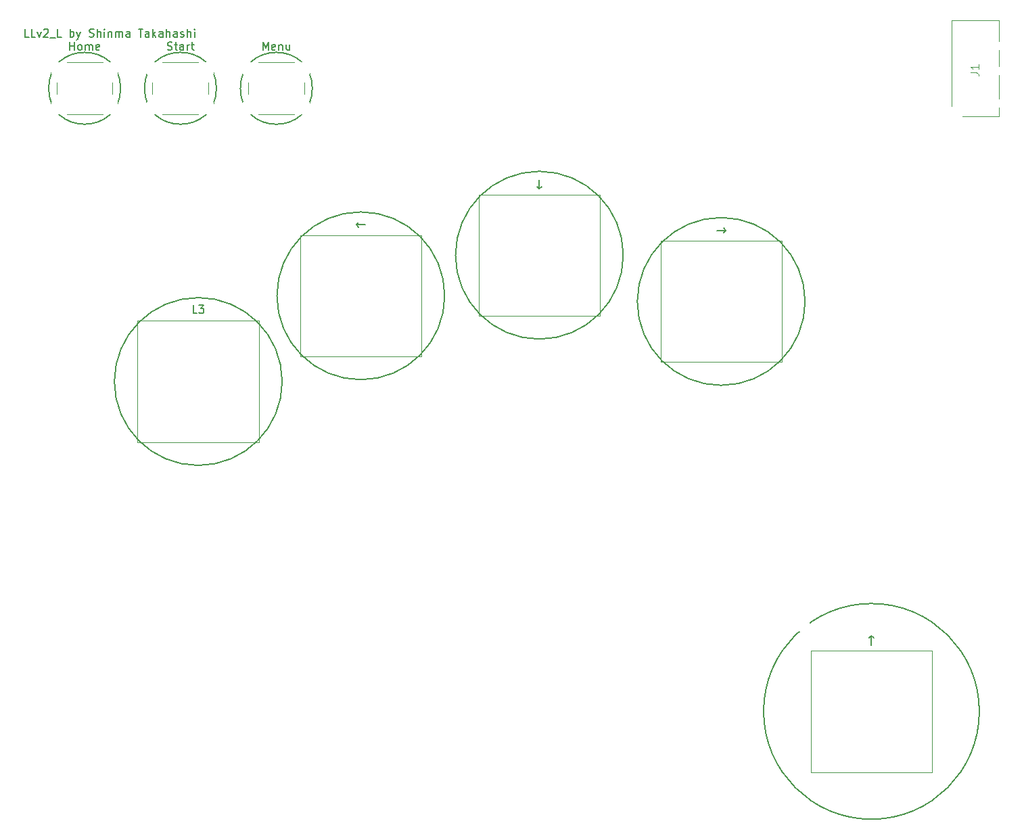
<source format=gbr>
G04 #@! TF.GenerationSoftware,KiCad,Pcbnew,8.0.2*
G04 #@! TF.CreationDate,2024-05-28T17:16:42+09:00*
G04 #@! TF.ProjectId,LLv2_L,4c4c7632-5f4c-42e6-9b69-6361645f7063,rev?*
G04 #@! TF.SameCoordinates,Original*
G04 #@! TF.FileFunction,Legend,Top*
G04 #@! TF.FilePolarity,Positive*
%FSLAX46Y46*%
G04 Gerber Fmt 4.6, Leading zero omitted, Abs format (unit mm)*
G04 Created by KiCad (PCBNEW 8.0.2) date 2024-05-28 17:16:42*
%MOMM*%
%LPD*%
G01*
G04 APERTURE LIST*
%ADD10C,0.200000*%
%ADD11C,0.150000*%
%ADD12C,0.100000*%
%ADD13C,0.120000*%
%ADD14C,2.000000*%
%ADD15C,1.665000*%
%ADD16C,2.200000*%
%ADD17C,1.800000*%
G04 APERTURE END LIST*
D10*
X13000000Y-8500000D02*
G75*
G02*
X4000000Y-8500000I-4500000J0D01*
G01*
X4000000Y-8500000D02*
G75*
G02*
X13000000Y-8500000I4500000J0D01*
G01*
X25000000Y-8500000D02*
G75*
G02*
X16000000Y-8500000I-4500000J0D01*
G01*
X16000000Y-8500000D02*
G75*
G02*
X25000000Y-8500000I4500000J0D01*
G01*
X98688666Y-35182888D02*
G75*
G02*
X77688666Y-35182888I-10500000J0D01*
G01*
X77688666Y-35182888D02*
G75*
G02*
X98688666Y-35182888I10500000J0D01*
G01*
X33229210Y-45205121D02*
G75*
G02*
X12229210Y-45205121I-10500000J0D01*
G01*
X12229210Y-45205121D02*
G75*
G02*
X33229210Y-45205121I10500000J0D01*
G01*
X37000000Y-8500000D02*
G75*
G02*
X28000000Y-8500000I-4500000J0D01*
G01*
X28000000Y-8500000D02*
G75*
G02*
X37000000Y-8500000I4500000J0D01*
G01*
X75929057Y-29393440D02*
G75*
G02*
X54929057Y-29393440I-10500000J0D01*
G01*
X54929057Y-29393440D02*
G75*
G02*
X75929057Y-29393440I10500000J0D01*
G01*
X120500000Y-86500000D02*
G75*
G02*
X93500000Y-86500000I-13500000J0D01*
G01*
X93500000Y-86500000D02*
G75*
G02*
X120500000Y-86500000I13500000J0D01*
G01*
X53573178Y-34475310D02*
G75*
G02*
X32573178Y-34475310I-10500000J0D01*
G01*
X32573178Y-34475310D02*
G75*
G02*
X53573178Y-34475310I10500000J0D01*
G01*
D11*
X1512969Y-2069819D02*
X1036779Y-2069819D01*
X1036779Y-2069819D02*
X1036779Y-1069819D01*
X2322493Y-2069819D02*
X1846303Y-2069819D01*
X1846303Y-2069819D02*
X1846303Y-1069819D01*
X2560589Y-1403152D02*
X2798684Y-2069819D01*
X2798684Y-2069819D02*
X3036779Y-1403152D01*
X3370113Y-1165057D02*
X3417732Y-1117438D01*
X3417732Y-1117438D02*
X3512970Y-1069819D01*
X3512970Y-1069819D02*
X3751065Y-1069819D01*
X3751065Y-1069819D02*
X3846303Y-1117438D01*
X3846303Y-1117438D02*
X3893922Y-1165057D01*
X3893922Y-1165057D02*
X3941541Y-1260295D01*
X3941541Y-1260295D02*
X3941541Y-1355533D01*
X3941541Y-1355533D02*
X3893922Y-1498390D01*
X3893922Y-1498390D02*
X3322494Y-2069819D01*
X3322494Y-2069819D02*
X3941541Y-2069819D01*
X4132018Y-2165057D02*
X4893922Y-2165057D01*
X5608208Y-2069819D02*
X5132018Y-2069819D01*
X5132018Y-2069819D02*
X5132018Y-1069819D01*
X6703447Y-2069819D02*
X6703447Y-1069819D01*
X6703447Y-1450771D02*
X6798685Y-1403152D01*
X6798685Y-1403152D02*
X6989161Y-1403152D01*
X6989161Y-1403152D02*
X7084399Y-1450771D01*
X7084399Y-1450771D02*
X7132018Y-1498390D01*
X7132018Y-1498390D02*
X7179637Y-1593628D01*
X7179637Y-1593628D02*
X7179637Y-1879342D01*
X7179637Y-1879342D02*
X7132018Y-1974580D01*
X7132018Y-1974580D02*
X7084399Y-2022200D01*
X7084399Y-2022200D02*
X6989161Y-2069819D01*
X6989161Y-2069819D02*
X6798685Y-2069819D01*
X6798685Y-2069819D02*
X6703447Y-2022200D01*
X7512971Y-1403152D02*
X7751066Y-2069819D01*
X7989161Y-1403152D02*
X7751066Y-2069819D01*
X7751066Y-2069819D02*
X7655828Y-2307914D01*
X7655828Y-2307914D02*
X7608209Y-2355533D01*
X7608209Y-2355533D02*
X7512971Y-2403152D01*
X9084400Y-2022200D02*
X9227257Y-2069819D01*
X9227257Y-2069819D02*
X9465352Y-2069819D01*
X9465352Y-2069819D02*
X9560590Y-2022200D01*
X9560590Y-2022200D02*
X9608209Y-1974580D01*
X9608209Y-1974580D02*
X9655828Y-1879342D01*
X9655828Y-1879342D02*
X9655828Y-1784104D01*
X9655828Y-1784104D02*
X9608209Y-1688866D01*
X9608209Y-1688866D02*
X9560590Y-1641247D01*
X9560590Y-1641247D02*
X9465352Y-1593628D01*
X9465352Y-1593628D02*
X9274876Y-1546009D01*
X9274876Y-1546009D02*
X9179638Y-1498390D01*
X9179638Y-1498390D02*
X9132019Y-1450771D01*
X9132019Y-1450771D02*
X9084400Y-1355533D01*
X9084400Y-1355533D02*
X9084400Y-1260295D01*
X9084400Y-1260295D02*
X9132019Y-1165057D01*
X9132019Y-1165057D02*
X9179638Y-1117438D01*
X9179638Y-1117438D02*
X9274876Y-1069819D01*
X9274876Y-1069819D02*
X9512971Y-1069819D01*
X9512971Y-1069819D02*
X9655828Y-1117438D01*
X10084400Y-2069819D02*
X10084400Y-1069819D01*
X10512971Y-2069819D02*
X10512971Y-1546009D01*
X10512971Y-1546009D02*
X10465352Y-1450771D01*
X10465352Y-1450771D02*
X10370114Y-1403152D01*
X10370114Y-1403152D02*
X10227257Y-1403152D01*
X10227257Y-1403152D02*
X10132019Y-1450771D01*
X10132019Y-1450771D02*
X10084400Y-1498390D01*
X10989162Y-2069819D02*
X10989162Y-1403152D01*
X10989162Y-1069819D02*
X10941543Y-1117438D01*
X10941543Y-1117438D02*
X10989162Y-1165057D01*
X10989162Y-1165057D02*
X11036781Y-1117438D01*
X11036781Y-1117438D02*
X10989162Y-1069819D01*
X10989162Y-1069819D02*
X10989162Y-1165057D01*
X11465352Y-1403152D02*
X11465352Y-2069819D01*
X11465352Y-1498390D02*
X11512971Y-1450771D01*
X11512971Y-1450771D02*
X11608209Y-1403152D01*
X11608209Y-1403152D02*
X11751066Y-1403152D01*
X11751066Y-1403152D02*
X11846304Y-1450771D01*
X11846304Y-1450771D02*
X11893923Y-1546009D01*
X11893923Y-1546009D02*
X11893923Y-2069819D01*
X12370114Y-2069819D02*
X12370114Y-1403152D01*
X12370114Y-1498390D02*
X12417733Y-1450771D01*
X12417733Y-1450771D02*
X12512971Y-1403152D01*
X12512971Y-1403152D02*
X12655828Y-1403152D01*
X12655828Y-1403152D02*
X12751066Y-1450771D01*
X12751066Y-1450771D02*
X12798685Y-1546009D01*
X12798685Y-1546009D02*
X12798685Y-2069819D01*
X12798685Y-1546009D02*
X12846304Y-1450771D01*
X12846304Y-1450771D02*
X12941542Y-1403152D01*
X12941542Y-1403152D02*
X13084399Y-1403152D01*
X13084399Y-1403152D02*
X13179638Y-1450771D01*
X13179638Y-1450771D02*
X13227257Y-1546009D01*
X13227257Y-1546009D02*
X13227257Y-2069819D01*
X14132018Y-2069819D02*
X14132018Y-1546009D01*
X14132018Y-1546009D02*
X14084399Y-1450771D01*
X14084399Y-1450771D02*
X13989161Y-1403152D01*
X13989161Y-1403152D02*
X13798685Y-1403152D01*
X13798685Y-1403152D02*
X13703447Y-1450771D01*
X14132018Y-2022200D02*
X14036780Y-2069819D01*
X14036780Y-2069819D02*
X13798685Y-2069819D01*
X13798685Y-2069819D02*
X13703447Y-2022200D01*
X13703447Y-2022200D02*
X13655828Y-1926961D01*
X13655828Y-1926961D02*
X13655828Y-1831723D01*
X13655828Y-1831723D02*
X13703447Y-1736485D01*
X13703447Y-1736485D02*
X13798685Y-1688866D01*
X13798685Y-1688866D02*
X14036780Y-1688866D01*
X14036780Y-1688866D02*
X14132018Y-1641247D01*
X15227257Y-1069819D02*
X15798685Y-1069819D01*
X15512971Y-2069819D02*
X15512971Y-1069819D01*
X16560590Y-2069819D02*
X16560590Y-1546009D01*
X16560590Y-1546009D02*
X16512971Y-1450771D01*
X16512971Y-1450771D02*
X16417733Y-1403152D01*
X16417733Y-1403152D02*
X16227257Y-1403152D01*
X16227257Y-1403152D02*
X16132019Y-1450771D01*
X16560590Y-2022200D02*
X16465352Y-2069819D01*
X16465352Y-2069819D02*
X16227257Y-2069819D01*
X16227257Y-2069819D02*
X16132019Y-2022200D01*
X16132019Y-2022200D02*
X16084400Y-1926961D01*
X16084400Y-1926961D02*
X16084400Y-1831723D01*
X16084400Y-1831723D02*
X16132019Y-1736485D01*
X16132019Y-1736485D02*
X16227257Y-1688866D01*
X16227257Y-1688866D02*
X16465352Y-1688866D01*
X16465352Y-1688866D02*
X16560590Y-1641247D01*
X17036781Y-2069819D02*
X17036781Y-1069819D01*
X17132019Y-1688866D02*
X17417733Y-2069819D01*
X17417733Y-1403152D02*
X17036781Y-1784104D01*
X18274876Y-2069819D02*
X18274876Y-1546009D01*
X18274876Y-1546009D02*
X18227257Y-1450771D01*
X18227257Y-1450771D02*
X18132019Y-1403152D01*
X18132019Y-1403152D02*
X17941543Y-1403152D01*
X17941543Y-1403152D02*
X17846305Y-1450771D01*
X18274876Y-2022200D02*
X18179638Y-2069819D01*
X18179638Y-2069819D02*
X17941543Y-2069819D01*
X17941543Y-2069819D02*
X17846305Y-2022200D01*
X17846305Y-2022200D02*
X17798686Y-1926961D01*
X17798686Y-1926961D02*
X17798686Y-1831723D01*
X17798686Y-1831723D02*
X17846305Y-1736485D01*
X17846305Y-1736485D02*
X17941543Y-1688866D01*
X17941543Y-1688866D02*
X18179638Y-1688866D01*
X18179638Y-1688866D02*
X18274876Y-1641247D01*
X18751067Y-2069819D02*
X18751067Y-1069819D01*
X19179638Y-2069819D02*
X19179638Y-1546009D01*
X19179638Y-1546009D02*
X19132019Y-1450771D01*
X19132019Y-1450771D02*
X19036781Y-1403152D01*
X19036781Y-1403152D02*
X18893924Y-1403152D01*
X18893924Y-1403152D02*
X18798686Y-1450771D01*
X18798686Y-1450771D02*
X18751067Y-1498390D01*
X20084400Y-2069819D02*
X20084400Y-1546009D01*
X20084400Y-1546009D02*
X20036781Y-1450771D01*
X20036781Y-1450771D02*
X19941543Y-1403152D01*
X19941543Y-1403152D02*
X19751067Y-1403152D01*
X19751067Y-1403152D02*
X19655829Y-1450771D01*
X20084400Y-2022200D02*
X19989162Y-2069819D01*
X19989162Y-2069819D02*
X19751067Y-2069819D01*
X19751067Y-2069819D02*
X19655829Y-2022200D01*
X19655829Y-2022200D02*
X19608210Y-1926961D01*
X19608210Y-1926961D02*
X19608210Y-1831723D01*
X19608210Y-1831723D02*
X19655829Y-1736485D01*
X19655829Y-1736485D02*
X19751067Y-1688866D01*
X19751067Y-1688866D02*
X19989162Y-1688866D01*
X19989162Y-1688866D02*
X20084400Y-1641247D01*
X20512972Y-2022200D02*
X20608210Y-2069819D01*
X20608210Y-2069819D02*
X20798686Y-2069819D01*
X20798686Y-2069819D02*
X20893924Y-2022200D01*
X20893924Y-2022200D02*
X20941543Y-1926961D01*
X20941543Y-1926961D02*
X20941543Y-1879342D01*
X20941543Y-1879342D02*
X20893924Y-1784104D01*
X20893924Y-1784104D02*
X20798686Y-1736485D01*
X20798686Y-1736485D02*
X20655829Y-1736485D01*
X20655829Y-1736485D02*
X20560591Y-1688866D01*
X20560591Y-1688866D02*
X20512972Y-1593628D01*
X20512972Y-1593628D02*
X20512972Y-1546009D01*
X20512972Y-1546009D02*
X20560591Y-1450771D01*
X20560591Y-1450771D02*
X20655829Y-1403152D01*
X20655829Y-1403152D02*
X20798686Y-1403152D01*
X20798686Y-1403152D02*
X20893924Y-1450771D01*
X21370115Y-2069819D02*
X21370115Y-1069819D01*
X21798686Y-2069819D02*
X21798686Y-1546009D01*
X21798686Y-1546009D02*
X21751067Y-1450771D01*
X21751067Y-1450771D02*
X21655829Y-1403152D01*
X21655829Y-1403152D02*
X21512972Y-1403152D01*
X21512972Y-1403152D02*
X21417734Y-1450771D01*
X21417734Y-1450771D02*
X21370115Y-1498390D01*
X22274877Y-2069819D02*
X22274877Y-1403152D01*
X22274877Y-1069819D02*
X22227258Y-1117438D01*
X22227258Y-1117438D02*
X22274877Y-1165057D01*
X22274877Y-1165057D02*
X22322496Y-1117438D01*
X22322496Y-1117438D02*
X22274877Y-1069819D01*
X22274877Y-1069819D02*
X22274877Y-1165057D01*
X6666667Y-3704819D02*
X6666667Y-2704819D01*
X6666667Y-3181009D02*
X7238095Y-3181009D01*
X7238095Y-3704819D02*
X7238095Y-2704819D01*
X7857143Y-3704819D02*
X7761905Y-3657200D01*
X7761905Y-3657200D02*
X7714286Y-3609580D01*
X7714286Y-3609580D02*
X7666667Y-3514342D01*
X7666667Y-3514342D02*
X7666667Y-3228628D01*
X7666667Y-3228628D02*
X7714286Y-3133390D01*
X7714286Y-3133390D02*
X7761905Y-3085771D01*
X7761905Y-3085771D02*
X7857143Y-3038152D01*
X7857143Y-3038152D02*
X8000000Y-3038152D01*
X8000000Y-3038152D02*
X8095238Y-3085771D01*
X8095238Y-3085771D02*
X8142857Y-3133390D01*
X8142857Y-3133390D02*
X8190476Y-3228628D01*
X8190476Y-3228628D02*
X8190476Y-3514342D01*
X8190476Y-3514342D02*
X8142857Y-3609580D01*
X8142857Y-3609580D02*
X8095238Y-3657200D01*
X8095238Y-3657200D02*
X8000000Y-3704819D01*
X8000000Y-3704819D02*
X7857143Y-3704819D01*
X8619048Y-3704819D02*
X8619048Y-3038152D01*
X8619048Y-3133390D02*
X8666667Y-3085771D01*
X8666667Y-3085771D02*
X8761905Y-3038152D01*
X8761905Y-3038152D02*
X8904762Y-3038152D01*
X8904762Y-3038152D02*
X9000000Y-3085771D01*
X9000000Y-3085771D02*
X9047619Y-3181009D01*
X9047619Y-3181009D02*
X9047619Y-3704819D01*
X9047619Y-3181009D02*
X9095238Y-3085771D01*
X9095238Y-3085771D02*
X9190476Y-3038152D01*
X9190476Y-3038152D02*
X9333333Y-3038152D01*
X9333333Y-3038152D02*
X9428572Y-3085771D01*
X9428572Y-3085771D02*
X9476191Y-3181009D01*
X9476191Y-3181009D02*
X9476191Y-3704819D01*
X10333333Y-3657200D02*
X10238095Y-3704819D01*
X10238095Y-3704819D02*
X10047619Y-3704819D01*
X10047619Y-3704819D02*
X9952381Y-3657200D01*
X9952381Y-3657200D02*
X9904762Y-3561961D01*
X9904762Y-3561961D02*
X9904762Y-3181009D01*
X9904762Y-3181009D02*
X9952381Y-3085771D01*
X9952381Y-3085771D02*
X10047619Y-3038152D01*
X10047619Y-3038152D02*
X10238095Y-3038152D01*
X10238095Y-3038152D02*
X10333333Y-3085771D01*
X10333333Y-3085771D02*
X10380952Y-3181009D01*
X10380952Y-3181009D02*
X10380952Y-3276247D01*
X10380952Y-3276247D02*
X9904762Y-3371485D01*
X107000000Y-78186128D02*
X107000000Y-77043271D01*
X106714286Y-77328985D02*
X107000000Y-77043271D01*
X107000000Y-77043271D02*
X107285714Y-77328985D01*
X87617237Y-26297588D02*
X88760095Y-26297588D01*
X88474380Y-26583302D02*
X88760095Y-26297588D01*
X88760095Y-26297588D02*
X88474380Y-26011873D01*
X43644607Y-25590010D02*
X42501749Y-25590010D01*
X42787464Y-25875724D02*
X42501749Y-25590010D01*
X42501749Y-25590010D02*
X42787464Y-25304295D01*
X65429057Y-19936711D02*
X65429057Y-21079568D01*
X65714771Y-20793854D02*
X65429057Y-21079568D01*
X65429057Y-21079568D02*
X65143343Y-20793854D01*
D12*
X119407419Y-6508333D02*
X120121704Y-6508333D01*
X120121704Y-6508333D02*
X120264561Y-6555952D01*
X120264561Y-6555952D02*
X120359800Y-6651190D01*
X120359800Y-6651190D02*
X120407419Y-6794047D01*
X120407419Y-6794047D02*
X120407419Y-6889285D01*
X120407419Y-5508333D02*
X120407419Y-6079761D01*
X120407419Y-5794047D02*
X119407419Y-5794047D01*
X119407419Y-5794047D02*
X119550276Y-5889285D01*
X119550276Y-5889285D02*
X119645514Y-5984523D01*
X119645514Y-5984523D02*
X119693133Y-6079761D01*
D11*
X30833333Y-3704819D02*
X30833333Y-2704819D01*
X30833333Y-2704819D02*
X31166666Y-3419104D01*
X31166666Y-3419104D02*
X31499999Y-2704819D01*
X31499999Y-2704819D02*
X31499999Y-3704819D01*
X32357142Y-3657200D02*
X32261904Y-3704819D01*
X32261904Y-3704819D02*
X32071428Y-3704819D01*
X32071428Y-3704819D02*
X31976190Y-3657200D01*
X31976190Y-3657200D02*
X31928571Y-3561961D01*
X31928571Y-3561961D02*
X31928571Y-3181009D01*
X31928571Y-3181009D02*
X31976190Y-3085771D01*
X31976190Y-3085771D02*
X32071428Y-3038152D01*
X32071428Y-3038152D02*
X32261904Y-3038152D01*
X32261904Y-3038152D02*
X32357142Y-3085771D01*
X32357142Y-3085771D02*
X32404761Y-3181009D01*
X32404761Y-3181009D02*
X32404761Y-3276247D01*
X32404761Y-3276247D02*
X31928571Y-3371485D01*
X32833333Y-3038152D02*
X32833333Y-3704819D01*
X32833333Y-3133390D02*
X32880952Y-3085771D01*
X32880952Y-3085771D02*
X32976190Y-3038152D01*
X32976190Y-3038152D02*
X33119047Y-3038152D01*
X33119047Y-3038152D02*
X33214285Y-3085771D01*
X33214285Y-3085771D02*
X33261904Y-3181009D01*
X33261904Y-3181009D02*
X33261904Y-3704819D01*
X34166666Y-3038152D02*
X34166666Y-3704819D01*
X33738095Y-3038152D02*
X33738095Y-3561961D01*
X33738095Y-3561961D02*
X33785714Y-3657200D01*
X33785714Y-3657200D02*
X33880952Y-3704819D01*
X33880952Y-3704819D02*
X34023809Y-3704819D01*
X34023809Y-3704819D02*
X34119047Y-3657200D01*
X34119047Y-3657200D02*
X34166666Y-3609580D01*
X22562543Y-36659940D02*
X22086353Y-36659940D01*
X22086353Y-36659940D02*
X22086353Y-35659940D01*
X22800639Y-35659940D02*
X23419686Y-35659940D01*
X23419686Y-35659940D02*
X23086353Y-36040892D01*
X23086353Y-36040892D02*
X23229210Y-36040892D01*
X23229210Y-36040892D02*
X23324448Y-36088511D01*
X23324448Y-36088511D02*
X23372067Y-36136130D01*
X23372067Y-36136130D02*
X23419686Y-36231368D01*
X23419686Y-36231368D02*
X23419686Y-36469463D01*
X23419686Y-36469463D02*
X23372067Y-36564701D01*
X23372067Y-36564701D02*
X23324448Y-36612321D01*
X23324448Y-36612321D02*
X23229210Y-36659940D01*
X23229210Y-36659940D02*
X22943496Y-36659940D01*
X22943496Y-36659940D02*
X22848258Y-36612321D01*
X22848258Y-36612321D02*
X22800639Y-36564701D01*
X18880952Y-3657200D02*
X19023809Y-3704819D01*
X19023809Y-3704819D02*
X19261904Y-3704819D01*
X19261904Y-3704819D02*
X19357142Y-3657200D01*
X19357142Y-3657200D02*
X19404761Y-3609580D01*
X19404761Y-3609580D02*
X19452380Y-3514342D01*
X19452380Y-3514342D02*
X19452380Y-3419104D01*
X19452380Y-3419104D02*
X19404761Y-3323866D01*
X19404761Y-3323866D02*
X19357142Y-3276247D01*
X19357142Y-3276247D02*
X19261904Y-3228628D01*
X19261904Y-3228628D02*
X19071428Y-3181009D01*
X19071428Y-3181009D02*
X18976190Y-3133390D01*
X18976190Y-3133390D02*
X18928571Y-3085771D01*
X18928571Y-3085771D02*
X18880952Y-2990533D01*
X18880952Y-2990533D02*
X18880952Y-2895295D01*
X18880952Y-2895295D02*
X18928571Y-2800057D01*
X18928571Y-2800057D02*
X18976190Y-2752438D01*
X18976190Y-2752438D02*
X19071428Y-2704819D01*
X19071428Y-2704819D02*
X19309523Y-2704819D01*
X19309523Y-2704819D02*
X19452380Y-2752438D01*
X19738095Y-3038152D02*
X20119047Y-3038152D01*
X19880952Y-2704819D02*
X19880952Y-3561961D01*
X19880952Y-3561961D02*
X19928571Y-3657200D01*
X19928571Y-3657200D02*
X20023809Y-3704819D01*
X20023809Y-3704819D02*
X20119047Y-3704819D01*
X20880952Y-3704819D02*
X20880952Y-3181009D01*
X20880952Y-3181009D02*
X20833333Y-3085771D01*
X20833333Y-3085771D02*
X20738095Y-3038152D01*
X20738095Y-3038152D02*
X20547619Y-3038152D01*
X20547619Y-3038152D02*
X20452381Y-3085771D01*
X20880952Y-3657200D02*
X20785714Y-3704819D01*
X20785714Y-3704819D02*
X20547619Y-3704819D01*
X20547619Y-3704819D02*
X20452381Y-3657200D01*
X20452381Y-3657200D02*
X20404762Y-3561961D01*
X20404762Y-3561961D02*
X20404762Y-3466723D01*
X20404762Y-3466723D02*
X20452381Y-3371485D01*
X20452381Y-3371485D02*
X20547619Y-3323866D01*
X20547619Y-3323866D02*
X20785714Y-3323866D01*
X20785714Y-3323866D02*
X20880952Y-3276247D01*
X21357143Y-3704819D02*
X21357143Y-3038152D01*
X21357143Y-3228628D02*
X21404762Y-3133390D01*
X21404762Y-3133390D02*
X21452381Y-3085771D01*
X21452381Y-3085771D02*
X21547619Y-3038152D01*
X21547619Y-3038152D02*
X21642857Y-3038152D01*
X21833334Y-3038152D02*
X22214286Y-3038152D01*
X21976191Y-2704819D02*
X21976191Y-3561961D01*
X21976191Y-3561961D02*
X22023810Y-3657200D01*
X22023810Y-3657200D02*
X22119048Y-3704819D01*
X22119048Y-3704819D02*
X22214286Y-3704819D01*
D13*
G04 #@! TO.C,Home*
X5000000Y-7750000D02*
X5000000Y-9250000D01*
X6250000Y-11750000D02*
X10750000Y-11750000D01*
X10750000Y-5250000D02*
X6250000Y-5250000D01*
X12000000Y-9250000D02*
X12000000Y-7750000D01*
G04 #@! TO.C,\u2191*
X99400000Y-78900000D02*
X99400000Y-94100000D01*
X99400000Y-78900000D02*
X114600000Y-78900000D01*
X99400000Y-94100000D02*
X114600000Y-94100000D01*
X114600000Y-94100000D02*
X114600000Y-78900000D01*
G04 #@! TO.C,\u2192*
X80588666Y-27582888D02*
X80588666Y-42782888D01*
X80588666Y-27582888D02*
X95788666Y-27582888D01*
X80588666Y-42782888D02*
X95788666Y-42782888D01*
X95788666Y-42782888D02*
X95788666Y-27582888D01*
G04 #@! TO.C,\u2190*
X35473178Y-26875310D02*
X35473178Y-42075310D01*
X35473178Y-26875310D02*
X50673178Y-26875310D01*
X35473178Y-42075310D02*
X50673178Y-42075310D01*
X50673178Y-42075310D02*
X50673178Y-26875310D01*
G04 #@! TO.C,\u2193*
X57829057Y-21793440D02*
X57829057Y-36993440D01*
X57829057Y-21793440D02*
X73029057Y-21793440D01*
X57829057Y-36993440D02*
X73029057Y-36993440D01*
X73029057Y-36993440D02*
X73029057Y-21793440D01*
G04 #@! TO.C,J1*
D12*
X117000000Y-12000000D02*
X123000000Y-12000000D01*
X123000000Y0D01*
X117000000Y0D01*
X117000000Y-12000000D01*
D13*
G04 #@! TO.C,Menu*
X29000000Y-7750000D02*
X29000000Y-9250000D01*
X30250000Y-11750000D02*
X34750000Y-11750000D01*
X34750000Y-5250000D02*
X30250000Y-5250000D01*
X36000000Y-9250000D02*
X36000000Y-7750000D01*
G04 #@! TO.C,L3*
X15129210Y-37605121D02*
X15129210Y-52805121D01*
X15129210Y-37605121D02*
X30329210Y-37605121D01*
X15129210Y-52805121D02*
X30329210Y-52805121D01*
X30329210Y-52805121D02*
X30329210Y-37605121D01*
G04 #@! TO.C,Start*
X17000000Y-7750000D02*
X17000000Y-9250000D01*
X18250000Y-11750000D02*
X22750000Y-11750000D01*
X22750000Y-5250000D02*
X18250000Y-5250000D01*
X24000000Y-9250000D02*
X24000000Y-7750000D01*
G04 #@! TD*
%LPC*%
D14*
G04 #@! TO.C,Home*
X5250000Y-6250000D03*
X11750000Y-6250000D03*
X5250000Y-10750000D03*
X11750000Y-10750000D03*
G04 #@! TD*
D15*
G04 #@! TO.C,IC1*
X106270000Y-58270000D03*
X101190000Y-55730000D03*
X98650000Y-55730000D03*
X96110000Y-55730000D03*
X93570000Y-55730000D03*
X91030000Y-55730000D03*
X88490000Y-55730000D03*
X85950000Y-55730000D03*
X83410000Y-55730000D03*
X80870000Y-55730000D03*
X78330000Y-55730000D03*
X75790000Y-55730000D03*
X73250000Y-55730000D03*
X70710000Y-55730000D03*
X68170000Y-60810000D03*
X68170000Y-63350000D03*
X68170000Y-65890000D03*
X68170000Y-68430000D03*
X68170000Y-70970000D03*
X70710000Y-76050000D03*
X73250000Y-76050000D03*
X75790000Y-76050000D03*
X78330000Y-76050000D03*
X80870000Y-76050000D03*
X83410000Y-76050000D03*
X85950000Y-76050000D03*
X88490000Y-76050000D03*
X91030000Y-76050000D03*
X93570000Y-76050000D03*
X96110000Y-76050000D03*
X98650000Y-76050000D03*
X101190000Y-76050000D03*
X103730000Y-76050000D03*
X106270000Y-70970000D03*
G04 #@! TD*
D16*
G04 #@! TO.C,\u2191*
X107000000Y-92400000D03*
X102000000Y-90300000D03*
G04 #@! TD*
G04 #@! TO.C,\u2192*
X88188666Y-41082888D03*
X83188666Y-38982888D03*
G04 #@! TD*
G04 #@! TO.C,\u2190*
X43073178Y-40375310D03*
X38073178Y-38275310D03*
G04 #@! TD*
G04 #@! TO.C,\u2193*
X65429057Y-35293440D03*
X60429057Y-33193440D03*
G04 #@! TD*
D17*
G04 #@! TO.C,J1*
X122250000Y-6300000D03*
X122250000Y-10400000D03*
X117750000Y-11500000D03*
X122250000Y-3200000D03*
G04 #@! TD*
D14*
G04 #@! TO.C,Menu*
X29250000Y-6250000D03*
X35750000Y-6250000D03*
X29250000Y-10750000D03*
X35750000Y-10750000D03*
G04 #@! TD*
D16*
G04 #@! TO.C,L3*
X22729210Y-51105121D03*
X17729210Y-49005121D03*
G04 #@! TD*
D14*
G04 #@! TO.C,Start*
X17250000Y-6250000D03*
X23750000Y-6250000D03*
X17250000Y-10750000D03*
X23750000Y-10750000D03*
G04 #@! TD*
%LPD*%
M02*

</source>
